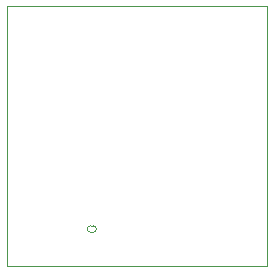
<source format=gbr>
%TF.GenerationSoftware,KiCad,Pcbnew,8.0.8*%
%TF.CreationDate,2025-09-03T22:29:27+08:00*%
%TF.ProjectId,FrekLedMini,4672656b-4c65-4644-9d69-6e692e6b6963,rev?*%
%TF.SameCoordinates,Original*%
%TF.FileFunction,Profile,NP*%
%FSLAX46Y46*%
G04 Gerber Fmt 4.6, Leading zero omitted, Abs format (unit mm)*
G04 Created by KiCad (PCBNEW 8.0.8) date 2025-09-03 22:29:27*
%MOMM*%
%LPD*%
G01*
G04 APERTURE LIST*
%TA.AperFunction,Profile*%
%ADD10C,0.050000*%
%TD*%
G04 APERTURE END LIST*
D10*
X100000000Y-100000000D02*
X122000000Y-100000000D01*
X122000000Y-122000000D01*
X100000000Y-122000000D01*
X100000000Y-100000000D01*
%TO.C,J1*%
X107100000Y-119135000D02*
X107300000Y-119135000D01*
X107300000Y-118565000D02*
X107100000Y-118565000D01*
X106815000Y-118850000D02*
G75*
G02*
X107100000Y-118565000I285000J0D01*
G01*
X107100000Y-119135000D02*
G75*
G02*
X106815000Y-118850000I0J285000D01*
G01*
X107300000Y-118565000D02*
G75*
G02*
X107585000Y-118850000I0J-285000D01*
G01*
X107585000Y-118850000D02*
G75*
G02*
X107300000Y-119135000I-285000J0D01*
G01*
%TD*%
M02*

</source>
